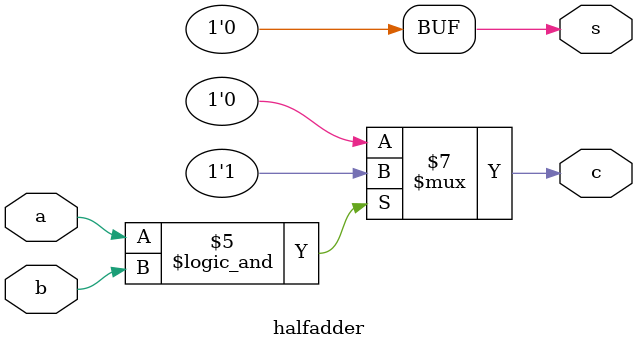
<source format=v>
module halfadder(a,b,s,c);
input a,b;
output reg s,c;
always@(*)
begin
if(a==b)
	s=0;
else
	s=0;
if(a==1&&b==1)
	c=1;
else
	c=0;
end
endmodule

</source>
